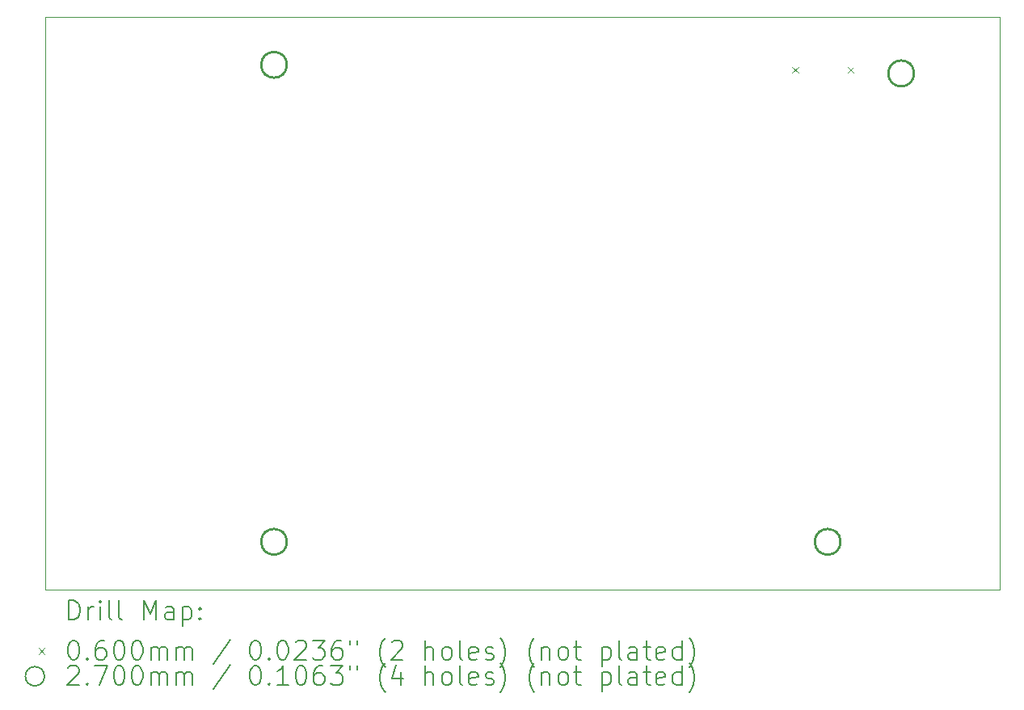
<source format=gbr>
%FSLAX45Y45*%
G04 Gerber Fmt 4.5, Leading zero omitted, Abs format (unit mm)*
G04 Created by KiCad (PCBNEW (6.0.1)) date 2022-09-27 15:49:09*
%MOMM*%
%LPD*%
G01*
G04 APERTURE LIST*
%TA.AperFunction,Profile*%
%ADD10C,0.100000*%
%TD*%
%ADD11C,0.200000*%
%ADD12C,0.060000*%
%ADD13C,0.270000*%
G04 APERTURE END LIST*
D10*
X1700000Y-10400000D02*
X11700000Y-10400000D01*
X11700000Y-10400000D02*
X11700000Y-16400000D01*
X11700000Y-16400000D02*
X1700000Y-16400000D01*
X1700000Y-16400000D02*
X1700000Y-10400000D01*
D11*
D12*
X9531000Y-10922500D02*
X9591000Y-10982500D01*
X9591000Y-10922500D02*
X9531000Y-10982500D01*
X10109000Y-10922500D02*
X10169000Y-10982500D01*
X10169000Y-10922500D02*
X10109000Y-10982500D01*
D13*
X4235000Y-10900000D02*
G75*
G03*
X4235000Y-10900000I-135000J0D01*
G01*
X4235000Y-15900000D02*
G75*
G03*
X4235000Y-15900000I-135000J0D01*
G01*
X10035000Y-15900000D02*
G75*
G03*
X10035000Y-15900000I-135000J0D01*
G01*
X10805000Y-10990000D02*
G75*
G03*
X10805000Y-10990000I-135000J0D01*
G01*
D11*
X1952619Y-16715476D02*
X1952619Y-16515476D01*
X2000238Y-16515476D01*
X2028809Y-16525000D01*
X2047857Y-16544048D01*
X2057381Y-16563095D01*
X2066905Y-16601190D01*
X2066905Y-16629762D01*
X2057381Y-16667857D01*
X2047857Y-16686905D01*
X2028809Y-16705952D01*
X2000238Y-16715476D01*
X1952619Y-16715476D01*
X2152619Y-16715476D02*
X2152619Y-16582143D01*
X2152619Y-16620238D02*
X2162143Y-16601190D01*
X2171667Y-16591667D01*
X2190714Y-16582143D01*
X2209762Y-16582143D01*
X2276429Y-16715476D02*
X2276429Y-16582143D01*
X2276429Y-16515476D02*
X2266905Y-16525000D01*
X2276429Y-16534524D01*
X2285952Y-16525000D01*
X2276429Y-16515476D01*
X2276429Y-16534524D01*
X2400238Y-16715476D02*
X2381190Y-16705952D01*
X2371667Y-16686905D01*
X2371667Y-16515476D01*
X2505000Y-16715476D02*
X2485952Y-16705952D01*
X2476429Y-16686905D01*
X2476429Y-16515476D01*
X2733571Y-16715476D02*
X2733571Y-16515476D01*
X2800238Y-16658333D01*
X2866905Y-16515476D01*
X2866905Y-16715476D01*
X3047857Y-16715476D02*
X3047857Y-16610714D01*
X3038333Y-16591667D01*
X3019286Y-16582143D01*
X2981190Y-16582143D01*
X2962143Y-16591667D01*
X3047857Y-16705952D02*
X3028809Y-16715476D01*
X2981190Y-16715476D01*
X2962143Y-16705952D01*
X2952619Y-16686905D01*
X2952619Y-16667857D01*
X2962143Y-16648809D01*
X2981190Y-16639286D01*
X3028809Y-16639286D01*
X3047857Y-16629762D01*
X3143095Y-16582143D02*
X3143095Y-16782143D01*
X3143095Y-16591667D02*
X3162143Y-16582143D01*
X3200238Y-16582143D01*
X3219286Y-16591667D01*
X3228809Y-16601190D01*
X3238333Y-16620238D01*
X3238333Y-16677381D01*
X3228809Y-16696428D01*
X3219286Y-16705952D01*
X3200238Y-16715476D01*
X3162143Y-16715476D01*
X3143095Y-16705952D01*
X3324048Y-16696428D02*
X3333571Y-16705952D01*
X3324048Y-16715476D01*
X3314524Y-16705952D01*
X3324048Y-16696428D01*
X3324048Y-16715476D01*
X3324048Y-16591667D02*
X3333571Y-16601190D01*
X3324048Y-16610714D01*
X3314524Y-16601190D01*
X3324048Y-16591667D01*
X3324048Y-16610714D01*
D12*
X1635000Y-17015000D02*
X1695000Y-17075000D01*
X1695000Y-17015000D02*
X1635000Y-17075000D01*
D11*
X1990714Y-16935476D02*
X2009762Y-16935476D01*
X2028809Y-16945000D01*
X2038333Y-16954524D01*
X2047857Y-16973571D01*
X2057381Y-17011667D01*
X2057381Y-17059286D01*
X2047857Y-17097381D01*
X2038333Y-17116429D01*
X2028809Y-17125952D01*
X2009762Y-17135476D01*
X1990714Y-17135476D01*
X1971667Y-17125952D01*
X1962143Y-17116429D01*
X1952619Y-17097381D01*
X1943095Y-17059286D01*
X1943095Y-17011667D01*
X1952619Y-16973571D01*
X1962143Y-16954524D01*
X1971667Y-16945000D01*
X1990714Y-16935476D01*
X2143095Y-17116429D02*
X2152619Y-17125952D01*
X2143095Y-17135476D01*
X2133571Y-17125952D01*
X2143095Y-17116429D01*
X2143095Y-17135476D01*
X2324048Y-16935476D02*
X2285952Y-16935476D01*
X2266905Y-16945000D01*
X2257381Y-16954524D01*
X2238333Y-16983095D01*
X2228810Y-17021190D01*
X2228810Y-17097381D01*
X2238333Y-17116429D01*
X2247857Y-17125952D01*
X2266905Y-17135476D01*
X2305000Y-17135476D01*
X2324048Y-17125952D01*
X2333571Y-17116429D01*
X2343095Y-17097381D01*
X2343095Y-17049762D01*
X2333571Y-17030714D01*
X2324048Y-17021190D01*
X2305000Y-17011667D01*
X2266905Y-17011667D01*
X2247857Y-17021190D01*
X2238333Y-17030714D01*
X2228810Y-17049762D01*
X2466905Y-16935476D02*
X2485952Y-16935476D01*
X2505000Y-16945000D01*
X2514524Y-16954524D01*
X2524048Y-16973571D01*
X2533571Y-17011667D01*
X2533571Y-17059286D01*
X2524048Y-17097381D01*
X2514524Y-17116429D01*
X2505000Y-17125952D01*
X2485952Y-17135476D01*
X2466905Y-17135476D01*
X2447857Y-17125952D01*
X2438333Y-17116429D01*
X2428810Y-17097381D01*
X2419286Y-17059286D01*
X2419286Y-17011667D01*
X2428810Y-16973571D01*
X2438333Y-16954524D01*
X2447857Y-16945000D01*
X2466905Y-16935476D01*
X2657381Y-16935476D02*
X2676429Y-16935476D01*
X2695476Y-16945000D01*
X2705000Y-16954524D01*
X2714524Y-16973571D01*
X2724048Y-17011667D01*
X2724048Y-17059286D01*
X2714524Y-17097381D01*
X2705000Y-17116429D01*
X2695476Y-17125952D01*
X2676429Y-17135476D01*
X2657381Y-17135476D01*
X2638333Y-17125952D01*
X2628810Y-17116429D01*
X2619286Y-17097381D01*
X2609762Y-17059286D01*
X2609762Y-17011667D01*
X2619286Y-16973571D01*
X2628810Y-16954524D01*
X2638333Y-16945000D01*
X2657381Y-16935476D01*
X2809762Y-17135476D02*
X2809762Y-17002143D01*
X2809762Y-17021190D02*
X2819286Y-17011667D01*
X2838333Y-17002143D01*
X2866905Y-17002143D01*
X2885952Y-17011667D01*
X2895476Y-17030714D01*
X2895476Y-17135476D01*
X2895476Y-17030714D02*
X2905000Y-17011667D01*
X2924048Y-17002143D01*
X2952619Y-17002143D01*
X2971667Y-17011667D01*
X2981190Y-17030714D01*
X2981190Y-17135476D01*
X3076428Y-17135476D02*
X3076428Y-17002143D01*
X3076428Y-17021190D02*
X3085952Y-17011667D01*
X3105000Y-17002143D01*
X3133571Y-17002143D01*
X3152619Y-17011667D01*
X3162143Y-17030714D01*
X3162143Y-17135476D01*
X3162143Y-17030714D02*
X3171667Y-17011667D01*
X3190714Y-17002143D01*
X3219286Y-17002143D01*
X3238333Y-17011667D01*
X3247857Y-17030714D01*
X3247857Y-17135476D01*
X3638333Y-16925952D02*
X3466905Y-17183095D01*
X3895476Y-16935476D02*
X3914524Y-16935476D01*
X3933571Y-16945000D01*
X3943095Y-16954524D01*
X3952619Y-16973571D01*
X3962143Y-17011667D01*
X3962143Y-17059286D01*
X3952619Y-17097381D01*
X3943095Y-17116429D01*
X3933571Y-17125952D01*
X3914524Y-17135476D01*
X3895476Y-17135476D01*
X3876428Y-17125952D01*
X3866905Y-17116429D01*
X3857381Y-17097381D01*
X3847857Y-17059286D01*
X3847857Y-17011667D01*
X3857381Y-16973571D01*
X3866905Y-16954524D01*
X3876428Y-16945000D01*
X3895476Y-16935476D01*
X4047857Y-17116429D02*
X4057381Y-17125952D01*
X4047857Y-17135476D01*
X4038333Y-17125952D01*
X4047857Y-17116429D01*
X4047857Y-17135476D01*
X4181190Y-16935476D02*
X4200238Y-16935476D01*
X4219286Y-16945000D01*
X4228810Y-16954524D01*
X4238333Y-16973571D01*
X4247857Y-17011667D01*
X4247857Y-17059286D01*
X4238333Y-17097381D01*
X4228810Y-17116429D01*
X4219286Y-17125952D01*
X4200238Y-17135476D01*
X4181190Y-17135476D01*
X4162143Y-17125952D01*
X4152619Y-17116429D01*
X4143095Y-17097381D01*
X4133571Y-17059286D01*
X4133571Y-17011667D01*
X4143095Y-16973571D01*
X4152619Y-16954524D01*
X4162143Y-16945000D01*
X4181190Y-16935476D01*
X4324048Y-16954524D02*
X4333571Y-16945000D01*
X4352619Y-16935476D01*
X4400238Y-16935476D01*
X4419286Y-16945000D01*
X4428810Y-16954524D01*
X4438333Y-16973571D01*
X4438333Y-16992619D01*
X4428810Y-17021190D01*
X4314524Y-17135476D01*
X4438333Y-17135476D01*
X4505000Y-16935476D02*
X4628810Y-16935476D01*
X4562143Y-17011667D01*
X4590714Y-17011667D01*
X4609762Y-17021190D01*
X4619286Y-17030714D01*
X4628810Y-17049762D01*
X4628810Y-17097381D01*
X4619286Y-17116429D01*
X4609762Y-17125952D01*
X4590714Y-17135476D01*
X4533571Y-17135476D01*
X4514524Y-17125952D01*
X4505000Y-17116429D01*
X4800238Y-16935476D02*
X4762143Y-16935476D01*
X4743095Y-16945000D01*
X4733571Y-16954524D01*
X4714524Y-16983095D01*
X4705000Y-17021190D01*
X4705000Y-17097381D01*
X4714524Y-17116429D01*
X4724048Y-17125952D01*
X4743095Y-17135476D01*
X4781190Y-17135476D01*
X4800238Y-17125952D01*
X4809762Y-17116429D01*
X4819286Y-17097381D01*
X4819286Y-17049762D01*
X4809762Y-17030714D01*
X4800238Y-17021190D01*
X4781190Y-17011667D01*
X4743095Y-17011667D01*
X4724048Y-17021190D01*
X4714524Y-17030714D01*
X4705000Y-17049762D01*
X4895476Y-16935476D02*
X4895476Y-16973571D01*
X4971667Y-16935476D02*
X4971667Y-16973571D01*
X5266905Y-17211667D02*
X5257381Y-17202143D01*
X5238333Y-17173571D01*
X5228810Y-17154524D01*
X5219286Y-17125952D01*
X5209762Y-17078333D01*
X5209762Y-17040238D01*
X5219286Y-16992619D01*
X5228810Y-16964048D01*
X5238333Y-16945000D01*
X5257381Y-16916429D01*
X5266905Y-16906905D01*
X5333571Y-16954524D02*
X5343095Y-16945000D01*
X5362143Y-16935476D01*
X5409762Y-16935476D01*
X5428810Y-16945000D01*
X5438333Y-16954524D01*
X5447857Y-16973571D01*
X5447857Y-16992619D01*
X5438333Y-17021190D01*
X5324048Y-17135476D01*
X5447857Y-17135476D01*
X5685952Y-17135476D02*
X5685952Y-16935476D01*
X5771667Y-17135476D02*
X5771667Y-17030714D01*
X5762143Y-17011667D01*
X5743095Y-17002143D01*
X5714524Y-17002143D01*
X5695476Y-17011667D01*
X5685952Y-17021190D01*
X5895476Y-17135476D02*
X5876428Y-17125952D01*
X5866905Y-17116429D01*
X5857381Y-17097381D01*
X5857381Y-17040238D01*
X5866905Y-17021190D01*
X5876428Y-17011667D01*
X5895476Y-17002143D01*
X5924048Y-17002143D01*
X5943095Y-17011667D01*
X5952619Y-17021190D01*
X5962143Y-17040238D01*
X5962143Y-17097381D01*
X5952619Y-17116429D01*
X5943095Y-17125952D01*
X5924048Y-17135476D01*
X5895476Y-17135476D01*
X6076428Y-17135476D02*
X6057381Y-17125952D01*
X6047857Y-17106905D01*
X6047857Y-16935476D01*
X6228809Y-17125952D02*
X6209762Y-17135476D01*
X6171667Y-17135476D01*
X6152619Y-17125952D01*
X6143095Y-17106905D01*
X6143095Y-17030714D01*
X6152619Y-17011667D01*
X6171667Y-17002143D01*
X6209762Y-17002143D01*
X6228809Y-17011667D01*
X6238333Y-17030714D01*
X6238333Y-17049762D01*
X6143095Y-17068810D01*
X6314524Y-17125952D02*
X6333571Y-17135476D01*
X6371667Y-17135476D01*
X6390714Y-17125952D01*
X6400238Y-17106905D01*
X6400238Y-17097381D01*
X6390714Y-17078333D01*
X6371667Y-17068810D01*
X6343095Y-17068810D01*
X6324048Y-17059286D01*
X6314524Y-17040238D01*
X6314524Y-17030714D01*
X6324048Y-17011667D01*
X6343095Y-17002143D01*
X6371667Y-17002143D01*
X6390714Y-17011667D01*
X6466905Y-17211667D02*
X6476428Y-17202143D01*
X6495476Y-17173571D01*
X6505000Y-17154524D01*
X6514524Y-17125952D01*
X6524048Y-17078333D01*
X6524048Y-17040238D01*
X6514524Y-16992619D01*
X6505000Y-16964048D01*
X6495476Y-16945000D01*
X6476428Y-16916429D01*
X6466905Y-16906905D01*
X6828809Y-17211667D02*
X6819286Y-17202143D01*
X6800238Y-17173571D01*
X6790714Y-17154524D01*
X6781190Y-17125952D01*
X6771667Y-17078333D01*
X6771667Y-17040238D01*
X6781190Y-16992619D01*
X6790714Y-16964048D01*
X6800238Y-16945000D01*
X6819286Y-16916429D01*
X6828809Y-16906905D01*
X6905000Y-17002143D02*
X6905000Y-17135476D01*
X6905000Y-17021190D02*
X6914524Y-17011667D01*
X6933571Y-17002143D01*
X6962143Y-17002143D01*
X6981190Y-17011667D01*
X6990714Y-17030714D01*
X6990714Y-17135476D01*
X7114524Y-17135476D02*
X7095476Y-17125952D01*
X7085952Y-17116429D01*
X7076428Y-17097381D01*
X7076428Y-17040238D01*
X7085952Y-17021190D01*
X7095476Y-17011667D01*
X7114524Y-17002143D01*
X7143095Y-17002143D01*
X7162143Y-17011667D01*
X7171667Y-17021190D01*
X7181190Y-17040238D01*
X7181190Y-17097381D01*
X7171667Y-17116429D01*
X7162143Y-17125952D01*
X7143095Y-17135476D01*
X7114524Y-17135476D01*
X7238333Y-17002143D02*
X7314524Y-17002143D01*
X7266905Y-16935476D02*
X7266905Y-17106905D01*
X7276428Y-17125952D01*
X7295476Y-17135476D01*
X7314524Y-17135476D01*
X7533571Y-17002143D02*
X7533571Y-17202143D01*
X7533571Y-17011667D02*
X7552619Y-17002143D01*
X7590714Y-17002143D01*
X7609762Y-17011667D01*
X7619286Y-17021190D01*
X7628809Y-17040238D01*
X7628809Y-17097381D01*
X7619286Y-17116429D01*
X7609762Y-17125952D01*
X7590714Y-17135476D01*
X7552619Y-17135476D01*
X7533571Y-17125952D01*
X7743095Y-17135476D02*
X7724048Y-17125952D01*
X7714524Y-17106905D01*
X7714524Y-16935476D01*
X7905000Y-17135476D02*
X7905000Y-17030714D01*
X7895476Y-17011667D01*
X7876428Y-17002143D01*
X7838333Y-17002143D01*
X7819286Y-17011667D01*
X7905000Y-17125952D02*
X7885952Y-17135476D01*
X7838333Y-17135476D01*
X7819286Y-17125952D01*
X7809762Y-17106905D01*
X7809762Y-17087857D01*
X7819286Y-17068810D01*
X7838333Y-17059286D01*
X7885952Y-17059286D01*
X7905000Y-17049762D01*
X7971667Y-17002143D02*
X8047857Y-17002143D01*
X8000238Y-16935476D02*
X8000238Y-17106905D01*
X8009762Y-17125952D01*
X8028809Y-17135476D01*
X8047857Y-17135476D01*
X8190714Y-17125952D02*
X8171667Y-17135476D01*
X8133571Y-17135476D01*
X8114524Y-17125952D01*
X8105000Y-17106905D01*
X8105000Y-17030714D01*
X8114524Y-17011667D01*
X8133571Y-17002143D01*
X8171667Y-17002143D01*
X8190714Y-17011667D01*
X8200238Y-17030714D01*
X8200238Y-17049762D01*
X8105000Y-17068810D01*
X8371667Y-17135476D02*
X8371667Y-16935476D01*
X8371667Y-17125952D02*
X8352619Y-17135476D01*
X8314524Y-17135476D01*
X8295476Y-17125952D01*
X8285952Y-17116429D01*
X8276428Y-17097381D01*
X8276428Y-17040238D01*
X8285952Y-17021190D01*
X8295476Y-17011667D01*
X8314524Y-17002143D01*
X8352619Y-17002143D01*
X8371667Y-17011667D01*
X8447857Y-17211667D02*
X8457381Y-17202143D01*
X8476429Y-17173571D01*
X8485952Y-17154524D01*
X8495476Y-17125952D01*
X8505000Y-17078333D01*
X8505000Y-17040238D01*
X8495476Y-16992619D01*
X8485952Y-16964048D01*
X8476429Y-16945000D01*
X8457381Y-16916429D01*
X8447857Y-16906905D01*
X1695000Y-17309000D02*
G75*
G03*
X1695000Y-17309000I-100000J0D01*
G01*
X1943095Y-17218524D02*
X1952619Y-17209000D01*
X1971667Y-17199476D01*
X2019286Y-17199476D01*
X2038333Y-17209000D01*
X2047857Y-17218524D01*
X2057381Y-17237571D01*
X2057381Y-17256619D01*
X2047857Y-17285190D01*
X1933571Y-17399476D01*
X2057381Y-17399476D01*
X2143095Y-17380429D02*
X2152619Y-17389952D01*
X2143095Y-17399476D01*
X2133571Y-17389952D01*
X2143095Y-17380429D01*
X2143095Y-17399476D01*
X2219286Y-17199476D02*
X2352619Y-17199476D01*
X2266905Y-17399476D01*
X2466905Y-17199476D02*
X2485952Y-17199476D01*
X2505000Y-17209000D01*
X2514524Y-17218524D01*
X2524048Y-17237571D01*
X2533571Y-17275667D01*
X2533571Y-17323286D01*
X2524048Y-17361381D01*
X2514524Y-17380429D01*
X2505000Y-17389952D01*
X2485952Y-17399476D01*
X2466905Y-17399476D01*
X2447857Y-17389952D01*
X2438333Y-17380429D01*
X2428810Y-17361381D01*
X2419286Y-17323286D01*
X2419286Y-17275667D01*
X2428810Y-17237571D01*
X2438333Y-17218524D01*
X2447857Y-17209000D01*
X2466905Y-17199476D01*
X2657381Y-17199476D02*
X2676429Y-17199476D01*
X2695476Y-17209000D01*
X2705000Y-17218524D01*
X2714524Y-17237571D01*
X2724048Y-17275667D01*
X2724048Y-17323286D01*
X2714524Y-17361381D01*
X2705000Y-17380429D01*
X2695476Y-17389952D01*
X2676429Y-17399476D01*
X2657381Y-17399476D01*
X2638333Y-17389952D01*
X2628810Y-17380429D01*
X2619286Y-17361381D01*
X2609762Y-17323286D01*
X2609762Y-17275667D01*
X2619286Y-17237571D01*
X2628810Y-17218524D01*
X2638333Y-17209000D01*
X2657381Y-17199476D01*
X2809762Y-17399476D02*
X2809762Y-17266143D01*
X2809762Y-17285190D02*
X2819286Y-17275667D01*
X2838333Y-17266143D01*
X2866905Y-17266143D01*
X2885952Y-17275667D01*
X2895476Y-17294714D01*
X2895476Y-17399476D01*
X2895476Y-17294714D02*
X2905000Y-17275667D01*
X2924048Y-17266143D01*
X2952619Y-17266143D01*
X2971667Y-17275667D01*
X2981190Y-17294714D01*
X2981190Y-17399476D01*
X3076428Y-17399476D02*
X3076428Y-17266143D01*
X3076428Y-17285190D02*
X3085952Y-17275667D01*
X3105000Y-17266143D01*
X3133571Y-17266143D01*
X3152619Y-17275667D01*
X3162143Y-17294714D01*
X3162143Y-17399476D01*
X3162143Y-17294714D02*
X3171667Y-17275667D01*
X3190714Y-17266143D01*
X3219286Y-17266143D01*
X3238333Y-17275667D01*
X3247857Y-17294714D01*
X3247857Y-17399476D01*
X3638333Y-17189952D02*
X3466905Y-17447095D01*
X3895476Y-17199476D02*
X3914524Y-17199476D01*
X3933571Y-17209000D01*
X3943095Y-17218524D01*
X3952619Y-17237571D01*
X3962143Y-17275667D01*
X3962143Y-17323286D01*
X3952619Y-17361381D01*
X3943095Y-17380429D01*
X3933571Y-17389952D01*
X3914524Y-17399476D01*
X3895476Y-17399476D01*
X3876428Y-17389952D01*
X3866905Y-17380429D01*
X3857381Y-17361381D01*
X3847857Y-17323286D01*
X3847857Y-17275667D01*
X3857381Y-17237571D01*
X3866905Y-17218524D01*
X3876428Y-17209000D01*
X3895476Y-17199476D01*
X4047857Y-17380429D02*
X4057381Y-17389952D01*
X4047857Y-17399476D01*
X4038333Y-17389952D01*
X4047857Y-17380429D01*
X4047857Y-17399476D01*
X4247857Y-17399476D02*
X4133571Y-17399476D01*
X4190714Y-17399476D02*
X4190714Y-17199476D01*
X4171667Y-17228048D01*
X4152619Y-17247095D01*
X4133571Y-17256619D01*
X4371667Y-17199476D02*
X4390714Y-17199476D01*
X4409762Y-17209000D01*
X4419286Y-17218524D01*
X4428810Y-17237571D01*
X4438333Y-17275667D01*
X4438333Y-17323286D01*
X4428810Y-17361381D01*
X4419286Y-17380429D01*
X4409762Y-17389952D01*
X4390714Y-17399476D01*
X4371667Y-17399476D01*
X4352619Y-17389952D01*
X4343095Y-17380429D01*
X4333571Y-17361381D01*
X4324048Y-17323286D01*
X4324048Y-17275667D01*
X4333571Y-17237571D01*
X4343095Y-17218524D01*
X4352619Y-17209000D01*
X4371667Y-17199476D01*
X4609762Y-17199476D02*
X4571667Y-17199476D01*
X4552619Y-17209000D01*
X4543095Y-17218524D01*
X4524048Y-17247095D01*
X4514524Y-17285190D01*
X4514524Y-17361381D01*
X4524048Y-17380429D01*
X4533571Y-17389952D01*
X4552619Y-17399476D01*
X4590714Y-17399476D01*
X4609762Y-17389952D01*
X4619286Y-17380429D01*
X4628810Y-17361381D01*
X4628810Y-17313762D01*
X4619286Y-17294714D01*
X4609762Y-17285190D01*
X4590714Y-17275667D01*
X4552619Y-17275667D01*
X4533571Y-17285190D01*
X4524048Y-17294714D01*
X4514524Y-17313762D01*
X4695476Y-17199476D02*
X4819286Y-17199476D01*
X4752619Y-17275667D01*
X4781190Y-17275667D01*
X4800238Y-17285190D01*
X4809762Y-17294714D01*
X4819286Y-17313762D01*
X4819286Y-17361381D01*
X4809762Y-17380429D01*
X4800238Y-17389952D01*
X4781190Y-17399476D01*
X4724048Y-17399476D01*
X4705000Y-17389952D01*
X4695476Y-17380429D01*
X4895476Y-17199476D02*
X4895476Y-17237571D01*
X4971667Y-17199476D02*
X4971667Y-17237571D01*
X5266905Y-17475667D02*
X5257381Y-17466143D01*
X5238333Y-17437571D01*
X5228810Y-17418524D01*
X5219286Y-17389952D01*
X5209762Y-17342333D01*
X5209762Y-17304238D01*
X5219286Y-17256619D01*
X5228810Y-17228048D01*
X5238333Y-17209000D01*
X5257381Y-17180429D01*
X5266905Y-17170905D01*
X5428810Y-17266143D02*
X5428810Y-17399476D01*
X5381190Y-17189952D02*
X5333571Y-17332810D01*
X5457381Y-17332810D01*
X5685952Y-17399476D02*
X5685952Y-17199476D01*
X5771667Y-17399476D02*
X5771667Y-17294714D01*
X5762143Y-17275667D01*
X5743095Y-17266143D01*
X5714524Y-17266143D01*
X5695476Y-17275667D01*
X5685952Y-17285190D01*
X5895476Y-17399476D02*
X5876428Y-17389952D01*
X5866905Y-17380429D01*
X5857381Y-17361381D01*
X5857381Y-17304238D01*
X5866905Y-17285190D01*
X5876428Y-17275667D01*
X5895476Y-17266143D01*
X5924048Y-17266143D01*
X5943095Y-17275667D01*
X5952619Y-17285190D01*
X5962143Y-17304238D01*
X5962143Y-17361381D01*
X5952619Y-17380429D01*
X5943095Y-17389952D01*
X5924048Y-17399476D01*
X5895476Y-17399476D01*
X6076428Y-17399476D02*
X6057381Y-17389952D01*
X6047857Y-17370905D01*
X6047857Y-17199476D01*
X6228809Y-17389952D02*
X6209762Y-17399476D01*
X6171667Y-17399476D01*
X6152619Y-17389952D01*
X6143095Y-17370905D01*
X6143095Y-17294714D01*
X6152619Y-17275667D01*
X6171667Y-17266143D01*
X6209762Y-17266143D01*
X6228809Y-17275667D01*
X6238333Y-17294714D01*
X6238333Y-17313762D01*
X6143095Y-17332810D01*
X6314524Y-17389952D02*
X6333571Y-17399476D01*
X6371667Y-17399476D01*
X6390714Y-17389952D01*
X6400238Y-17370905D01*
X6400238Y-17361381D01*
X6390714Y-17342333D01*
X6371667Y-17332810D01*
X6343095Y-17332810D01*
X6324048Y-17323286D01*
X6314524Y-17304238D01*
X6314524Y-17294714D01*
X6324048Y-17275667D01*
X6343095Y-17266143D01*
X6371667Y-17266143D01*
X6390714Y-17275667D01*
X6466905Y-17475667D02*
X6476428Y-17466143D01*
X6495476Y-17437571D01*
X6505000Y-17418524D01*
X6514524Y-17389952D01*
X6524048Y-17342333D01*
X6524048Y-17304238D01*
X6514524Y-17256619D01*
X6505000Y-17228048D01*
X6495476Y-17209000D01*
X6476428Y-17180429D01*
X6466905Y-17170905D01*
X6828809Y-17475667D02*
X6819286Y-17466143D01*
X6800238Y-17437571D01*
X6790714Y-17418524D01*
X6781190Y-17389952D01*
X6771667Y-17342333D01*
X6771667Y-17304238D01*
X6781190Y-17256619D01*
X6790714Y-17228048D01*
X6800238Y-17209000D01*
X6819286Y-17180429D01*
X6828809Y-17170905D01*
X6905000Y-17266143D02*
X6905000Y-17399476D01*
X6905000Y-17285190D02*
X6914524Y-17275667D01*
X6933571Y-17266143D01*
X6962143Y-17266143D01*
X6981190Y-17275667D01*
X6990714Y-17294714D01*
X6990714Y-17399476D01*
X7114524Y-17399476D02*
X7095476Y-17389952D01*
X7085952Y-17380429D01*
X7076428Y-17361381D01*
X7076428Y-17304238D01*
X7085952Y-17285190D01*
X7095476Y-17275667D01*
X7114524Y-17266143D01*
X7143095Y-17266143D01*
X7162143Y-17275667D01*
X7171667Y-17285190D01*
X7181190Y-17304238D01*
X7181190Y-17361381D01*
X7171667Y-17380429D01*
X7162143Y-17389952D01*
X7143095Y-17399476D01*
X7114524Y-17399476D01*
X7238333Y-17266143D02*
X7314524Y-17266143D01*
X7266905Y-17199476D02*
X7266905Y-17370905D01*
X7276428Y-17389952D01*
X7295476Y-17399476D01*
X7314524Y-17399476D01*
X7533571Y-17266143D02*
X7533571Y-17466143D01*
X7533571Y-17275667D02*
X7552619Y-17266143D01*
X7590714Y-17266143D01*
X7609762Y-17275667D01*
X7619286Y-17285190D01*
X7628809Y-17304238D01*
X7628809Y-17361381D01*
X7619286Y-17380429D01*
X7609762Y-17389952D01*
X7590714Y-17399476D01*
X7552619Y-17399476D01*
X7533571Y-17389952D01*
X7743095Y-17399476D02*
X7724048Y-17389952D01*
X7714524Y-17370905D01*
X7714524Y-17199476D01*
X7905000Y-17399476D02*
X7905000Y-17294714D01*
X7895476Y-17275667D01*
X7876428Y-17266143D01*
X7838333Y-17266143D01*
X7819286Y-17275667D01*
X7905000Y-17389952D02*
X7885952Y-17399476D01*
X7838333Y-17399476D01*
X7819286Y-17389952D01*
X7809762Y-17370905D01*
X7809762Y-17351857D01*
X7819286Y-17332810D01*
X7838333Y-17323286D01*
X7885952Y-17323286D01*
X7905000Y-17313762D01*
X7971667Y-17266143D02*
X8047857Y-17266143D01*
X8000238Y-17199476D02*
X8000238Y-17370905D01*
X8009762Y-17389952D01*
X8028809Y-17399476D01*
X8047857Y-17399476D01*
X8190714Y-17389952D02*
X8171667Y-17399476D01*
X8133571Y-17399476D01*
X8114524Y-17389952D01*
X8105000Y-17370905D01*
X8105000Y-17294714D01*
X8114524Y-17275667D01*
X8133571Y-17266143D01*
X8171667Y-17266143D01*
X8190714Y-17275667D01*
X8200238Y-17294714D01*
X8200238Y-17313762D01*
X8105000Y-17332810D01*
X8371667Y-17399476D02*
X8371667Y-17199476D01*
X8371667Y-17389952D02*
X8352619Y-17399476D01*
X8314524Y-17399476D01*
X8295476Y-17389952D01*
X8285952Y-17380429D01*
X8276428Y-17361381D01*
X8276428Y-17304238D01*
X8285952Y-17285190D01*
X8295476Y-17275667D01*
X8314524Y-17266143D01*
X8352619Y-17266143D01*
X8371667Y-17275667D01*
X8447857Y-17475667D02*
X8457381Y-17466143D01*
X8476429Y-17437571D01*
X8485952Y-17418524D01*
X8495476Y-17389952D01*
X8505000Y-17342333D01*
X8505000Y-17304238D01*
X8495476Y-17256619D01*
X8485952Y-17228048D01*
X8476429Y-17209000D01*
X8457381Y-17180429D01*
X8447857Y-17170905D01*
M02*

</source>
